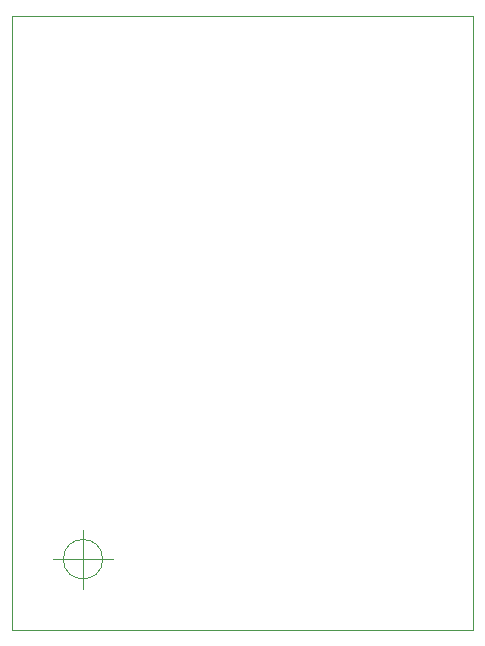
<source format=gbr>
%TF.GenerationSoftware,KiCad,Pcbnew,(6.0.6)*%
%TF.CreationDate,2022-08-24T10:35:02+01:00*%
%TF.ProjectId,board2,626f6172-6432-42e6-9b69-6361645f7063,rev?*%
%TF.SameCoordinates,Original*%
%TF.FileFunction,Profile,NP*%
%FSLAX46Y46*%
G04 Gerber Fmt 4.6, Leading zero omitted, Abs format (unit mm)*
G04 Created by KiCad (PCBNEW (6.0.6)) date 2022-08-24 10:35:02*
%MOMM*%
%LPD*%
G01*
G04 APERTURE LIST*
%TA.AperFunction,Profile*%
%ADD10C,0.100000*%
%TD*%
G04 APERTURE END LIST*
D10*
X42000000Y-69000000D02*
X81000000Y-69000000D01*
X81000000Y-69000000D02*
X81000000Y-121000000D01*
X81000000Y-121000000D02*
X42000000Y-121000000D01*
X42000000Y-121000000D02*
X42000000Y-69000000D01*
X49666666Y-115000000D02*
G75*
G03*
X49666666Y-115000000I-1666666J0D01*
G01*
X45500000Y-115000000D02*
X50500000Y-115000000D01*
X48000000Y-112500000D02*
X48000000Y-117500000D01*
M02*

</source>
